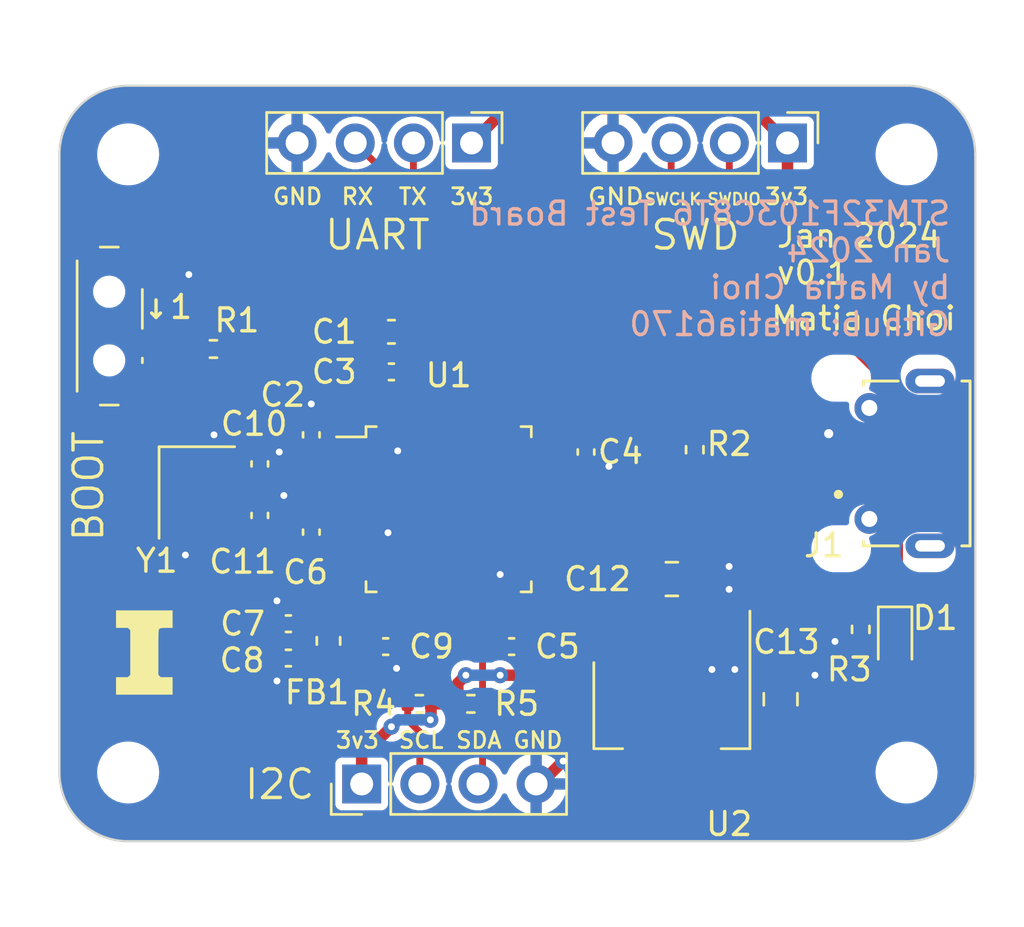
<source format=kicad_pcb>
(kicad_pcb (version 20221018) (generator pcbnew)
  (layers (0 "F.Cu" signal) (31 "B.Cu" power) (34 "B.Paste" user) (35 "F.Paste" user) (36 "B.SilkS" user "B.Silkscreen") (37 "F.SilkS" user "F.Silkscreen") (38 "B.Mask" user) (39 "F.Mask" user) (44 "Edge.Cuts" user))
  (net 0 "")
  (net 1 "+3.3V")
  (net 2 "GND")
  (net 3 "+3.3VA")
  (net 4 "/NRST")
  (net 5 "/HSE_IN")
  (net 6 "/HSE_OUT")
  (net 7 "VBUS")
  (net 8 "/PWR_LED_K")
  (net 9 "/USB_D-")
  (net 10 "/USB_D+")
  (net 12 "/SWDIO")
  (net 13 "/SWCLK")
  (net 14 "/USART1_TX")
  (net 15 "/USART1_RX")
  (net 16 "/I2C2_SCL")
  (net 17 "/I2C2_SDA")
  (net 18 "/SW_BOOT0")
  (net 19 "/BOOT0")
  (footprint "MountingHole:MountingHole_2.2mm_M2" (layer "F.Cu") (at 125 96.5)
    (fp_text reference "H4" hide)
    (fp_text value "MountingHole")
    (pad "" np_thru_hole circle (at 0 0) (size 2.2 2.2) (drill 2.2) (layers "*.Cu" "*.Mask"))
  )
  (footprint "Capacitor_SMD:C_0402_1005Metric" (layer "F.Cu") (at 99 81.75 90)
    (fp_text reference "C2" (at 1.75 -1.25 180) (layer "F.SilkS"))
    (fp_text value "100n")
    (pad "1" smd roundrect (at -0.48 0 90) (size 0.56 0.62) (layers "F.Cu" "F.Paste" "F.Mask") (net 1 "+3.3V"))
    (pad "2" smd roundrect (at 0.48 0 90) (size 0.56 0.62) (layers "F.Cu" "F.Paste" "F.Mask") (net 2 "GND"))
  )
  (footprint "Connector_PinHeader_2.54mm:PinHeader_1x04_P2.54mm_Vertical" (layer "F.Cu") (at 106 69 -90)
    (fp_text reference "J3" hide)
    (fp_text value "Conn_01x04_Pin")
    (pad "1" thru_hole rect (at 0 0 270) (size 1.7 1.7) (drill 1) (layers "*.Cu" "*.Mask") (net 1 "+3.3V"))
    (pad "2" thru_hole oval (at 0 2.54 270) (size 1.7 1.7) (drill 1) (layers "*.Cu" "*.Mask") (net 14 "/USART1_TX"))
    (pad "3" thru_hole oval (at 0 5.08 270) (size 1.7 1.7) (drill 1) (layers "*.Cu" "*.Mask") (net 15 "/USART1_RX"))
    (pad "4" thru_hole oval (at 0 7.62 270) (size 1.7 1.7) (drill 1) (layers "*.Cu" "*.Mask") (net 2 "GND"))
  )
  (footprint "Capacitor_SMD:C_0603_1608Metric" (layer "F.Cu") (at 102.5 77.25)
    (fp_text reference "C1" (at -2.5 0) (layer "F.SilkS"))
    (fp_text value "10u")
    (pad "1" smd roundrect (at -0.775 0) (size 0.9 0.95) (layers "F.Cu" "F.Paste" "F.Mask") (net 1 "+3.3V"))
    (pad "2" smd roundrect (at 0.775 0) (size 0.9 0.95) (layers "F.Cu" "F.Paste" "F.Mask") (net 2 "GND"))
  )
  (footprint "project_footprints:SHOUHAN_MICROXNJ" (layer "F.Cu") (at 127.775 83 -90)
    (fp_text reference "J1" (at 3.57675 6.3875) (layer "F.SilkS"))
    (fp_text value "MICROXNJ")
    (pad "1" smd rect (at 1.3 4.375) (size 1.25 0.4) (layers "F.Cu" "F.Paste" "F.Mask") (net 7 "VBUS"))
    (pad "2" smd rect (at 0.65 4.375) (size 1.25 0.4) (layers "F.Cu" "F.Paste" "F.Mask") (net 9 "/USB_D-"))
    (pad "3" smd rect (at 0 4.375) (size 1.25 0.4) (layers "F.Cu" "F.Paste" "F.Mask") (net 10 "/USB_D+"))
    (pad "4" smd rect (at -0.65 4.375) (size 1.25 0.4) (layers "F.Cu" "F.Paste" "F.Mask"))
    (pad "5" smd rect (at -1.3 4.375) (size 1.25 0.4) (layers "F.Cu" "F.Paste" "F.Mask") (net 2 "GND"))
    (pad "S1" smd rect (at -0.8 1.725) (size 1.35 0.6) (layers "F.Cu" "F.Paste" "F.Mask"))
    (pad "S2" smd rect (at 0.8 1.725) (size 1.35 0.6) (layers "F.Cu" "F.Paste" "F.Mask"))
    (pad "S3" thru_hole oval (at -3.6 1.75 270) (size 1.07 2.14) (drill oval 0.5 1.3) (layers "*.Cu" "*.Mask"))
    (pad "S4" thru_hole circle (at -2.425 4.4 270) (size 1.3 1.3) (drill 0.7) (layers "*.Cu" "*.Mask"))
    (pad "S5" thru_hole circle (at 2.425 4.4 270) (size 1.3 1.3) (drill 0.7) (layers "*.Cu" "*.Mask"))
    (pad "S6" thru_hole oval (at 3.6 1.75 270) (size 1.07 2.14) (drill oval 0.5 1.3) (layers "*.Cu" "*.Mask"))
  )
  (footprint "project_footprints:I" (layer "F.Cu") (at 91.75 91.25)
    (fp_text reference "G***" hide)
    (fp_text value "LOGO" hide)
  )
  (footprint "Capacitor_SMD:C_0402_1005Metric" (layer "F.Cu") (at 111 82.5 -90)
    (fp_text reference "C4" (at 0 -1.5 -180) (layer "F.SilkS"))
    (fp_text value "100n")
    (pad "1" smd roundrect (at -0.48 0 270) (size 0.56 0.62) (layers "F.Cu" "F.Paste" "F.Mask") (net 1 "+3.3V"))
    (pad "2" smd roundrect (at 0.48 0 270) (size 0.56 0.62) (layers "F.Cu" "F.Paste" "F.Mask") (net 2 "GND"))
  )
  (footprint "Resistor_SMD:R_0402_1005Metric" (layer "F.Cu") (at 105.97 93.5 180)
    (fp_text reference "R5" (at -2 0) (layer "F.SilkS"))
    (fp_text value "1k5")
    (pad "1" smd roundrect (at -0.51 0 180) (size 0.54 0.64) (layers "F.Cu" "F.Paste" "F.Mask") (net 17 "/I2C2_SDA"))
    (pad "2" smd roundrect (at 0.51 0 180) (size 0.54 0.64) (layers "F.Cu" "F.Paste" "F.Mask") (net 1 "+3.3V"))
  )
  (footprint "MountingHole:MountingHole_2.2mm_M2" (layer "F.Cu") (at 125 69.5)
    (fp_text reference "H2" hide)
    (fp_text value "MountingHole")
    (pad "" np_thru_hole circle (at 0 0) (size 2.2 2.2) (drill 2.2) (layers "*.Cu" "*.Mask"))
  )
  (footprint "Capacitor_SMD:C_0402_1005Metric" (layer "F.Cu") (at 98 91.5 180)
    (fp_text reference "C8" (at 2.025 -0.1) (layer "F.SilkS"))
    (fp_text value "1u")
    (pad "1" smd roundrect (at -0.48 0 180) (size 0.56 0.62) (layers "F.Cu" "F.Paste" "F.Mask") (net 1 "+3.3V"))
    (pad "2" smd roundrect (at 0.48 0 180) (size 0.56 0.62) (layers "F.Cu" "F.Paste" "F.Mask") (net 2 "GND"))
  )
  (footprint "Capacitor_SMD:C_0402_1005Metric" (layer "F.Cu") (at 107.75 91 180)
    (fp_text reference "C5" (at -2 0) (layer "F.SilkS"))
    (fp_text value "100n")
    (pad "1" smd roundrect (at -0.48 0 180) (size 0.56 0.62) (layers "F.Cu" "F.Paste" "F.Mask") (net 1 "+3.3V"))
    (pad "2" smd roundrect (at 0.48 0 180) (size 0.56 0.62) (layers "F.Cu" "F.Paste" "F.Mask") (net 2 "GND"))
  )
  (footprint "LED_SMD:LED_0603_1608Metric" (layer "F.Cu") (at 124.5 90.75 -90)
    (fp_text reference "D1" (at -1 -1.75 -180) (layer "F.SilkS"))
    (fp_text value "RED")
    (pad "1" smd roundrect (at -0.7875 0 270) (size 0.875 0.95) (layers "F.Cu" "F.Paste" "F.Mask") (net 8 "/PWR_LED_K"))
    (pad "2" smd roundrect (at 0.7875 0 270) (size 0.875 0.95) (layers "F.Cu" "F.Paste" "F.Mask") (net 1 "+3.3V"))
  )
  (footprint "Button_Switch_SMD:SW_SPDT_PCM12" (layer "F.Cu") (at 90.5 77 -90)
    (fp_text reference "SW1" hide)
    (fp_text value "SW_SPDT")
    (pad "" smd rect (at -3.65 -0.78 270) (size 1 0.8) (layers "F.Cu" "F.Paste" "F.Mask"))
    (pad "" smd rect (at -3.65 1.43 270) (size 1 0.8) (layers "F.Cu" "F.Paste" "F.Mask"))
    (pad "" np_thru_hole circle (at -1.5 0.33 270) (size 0.9 0.9) (drill 0.9) (layers "*.Cu" "*.Mask"))
    (pad "" np_thru_hole circle (at 1.5 0.33 270) (size 0.9 0.9) (drill 0.9) (layers "*.Cu" "*.Mask"))
    (pad "" smd rect (at 3.65 -0.78 270) (size 1 0.8) (layers "F.Cu" "F.Paste" "F.Mask"))
    (pad "" smd rect (at 3.65 1.43 270) (size 1 0.8) (layers "F.Cu" "F.Paste" "F.Mask"))
    (pad "1" smd rect (at -2.25 -1.43 270) (size 0.7 1.5) (layers "F.Cu" "F.Paste" "F.Mask") (net 2 "GND"))
    (pad "2" smd rect (at 0.75 -1.43 270) (size 0.7 1.5) (layers "F.Cu" "F.Paste" "F.Mask") (net 18 "/SW_BOOT0"))
    (pad "3" smd rect (at 2.25 -1.43 270) (size 0.7 1.5) (layers "F.Cu" "F.Paste" "F.Mask") (net 1 "+3.3V"))
  )
  (footprint "Capacitor_SMD:C_0805_2012Metric" (layer "F.Cu") (at 119.5 93.3 90)
    (fp_text reference "C13" (at 2.5 0.25 180) (layer "F.SilkS"))
    (fp_text value "22u")
    (pad "1" smd roundrect (at -0.95 0 90) (size 1 1.45) (layers "F.Cu" "F.Paste" "F.Mask") (net 1 "+3.3V"))
    (pad "2" smd roundrect (at 0.95 0 90) (size 1 1.45) (layers "F.Cu" "F.Paste" "F.Mask") (net 2 "GND"))
  )
  (footprint "Capacitor_SMD:C_0402_1005Metric" (layer "F.Cu") (at 102.5 79)
    (fp_text reference "C3" (at -2.5 0) (layer "F.SilkS"))
    (fp_text value "100n")
    (pad "1" smd roundrect (at -0.48 0) (size 0.56 0.62) (layers "F.Cu" "F.Paste" "F.Mask") (net 1 "+3.3V"))
    (pad "2" smd roundrect (at 0.48 0) (size 0.56 0.62) (layers "F.Cu" "F.Paste" "F.Mask") (net 2 "GND"))
  )
  (footprint "Capacitor_SMD:C_0805_2012Metric" (layer "F.Cu") (at 114.75 88.05)
    (fp_text reference "C12" (at -3.25 0) (layer "F.SilkS"))
    (fp_text value "22u")
    (pad "1" smd roundrect (at -0.95 0) (size 1 1.45) (layers "F.Cu" "F.Paste" "F.Mask") (net 7 "VBUS"))
    (pad "2" smd roundrect (at 0.95 0) (size 1 1.45) (layers "F.Cu" "F.Paste" "F.Mask") (net 2 "GND"))
  )
  (footprint "MountingHole:MountingHole_2.2mm_M2" (layer "F.Cu") (at 91 96.5)
    (fp_text reference "H3" hide)
    (fp_text value "MountingHole")
    (pad "" np_thru_hole circle (at 0 0) (size 2.2 2.2) (drill 2.2) (layers "*.Cu" "*.Mask"))
  )
  (footprint "Capacitor_SMD:C_0402_1005Metric" (layer "F.Cu") (at 99 86 90)
    (fp_text reference "C6" (at -1.75 -0.25 180) (layer "F.SilkS"))
    (fp_text value "10n")
    (pad "1" smd roundrect (at -0.48 0 90) (size 0.56 0.62) (layers "F.Cu" "F.Paste" "F.Mask") (net 3 "+3.3VA"))
    (pad "2" smd roundrect (at 0.48 0 90) (size 0.56 0.62) (layers "F.Cu" "F.Paste" "F.Mask") (net 2 "GND"))
  )
  (footprint "Resistor_SMD:R_0402_1005Metric" (layer "F.Cu") (at 103.72 93.5)
    (fp_text reference "R4" (at -2 0) (layer "F.SilkS"))
    (fp_text value "1k5")
    (pad "1" smd roundrect (at -0.51 0) (size 0.54 0.64) (layers "F.Cu" "F.Paste" "F.Mask") (net 16 "/I2C2_SCL"))
    (pad "2" smd roundrect (at 0.51 0) (size 0.54 0.64) (layers "F.Cu" "F.Paste" "F.Mask") (net 1 "+3.3V"))
  )
  (footprint "Resistor_SMD:R_0402_1005Metric" (layer "F.Cu") (at 123 90.25 -90)
    (fp_text reference "R3" (at 1.75 0.5 -180) (layer "F.SilkS"))
    (fp_text value "1k5")
    (pad "1" smd roundrect (at -0.51 0 270) (size 0.54 0.64) (layers "F.Cu" "F.Paste" "F.Mask") (net 8 "/PWR_LED_K"))
    (pad "2" smd roundrect (at 0.51 0 270) (size 0.54 0.64) (layers "F.Cu" "F.Paste" "F.Mask") (net 2 "GND"))
  )
  (footprint "Inductor_SMD:L_0603_1608Metric" (layer "F.Cu") (at 99.75 90.75 -90)
    (fp_text reference "FB1" (at 2.25 0.5) (layer "F.SilkS"))
    (fp_text value "120R")
    (pad "1" smd roundrect (at -0.7875 0 270) (size 0.875 0.95) (layers "F.Cu" "F.Paste" "F.Mask") (net 3 "+3.3VA"))
    (pad "2" smd roundrect (at 0.7875 0 270) (size 0.875 0.95) (layers "F.Cu" "F.Paste" "F.Mask") (net 1 "+3.3V"))
  )
  (footprint "Connector_PinHeader_2.54mm:PinHeader_1x04_P2.54mm_Vertical" (layer "F.Cu") (at 119.8 69 -90)
    (fp_text reference "J2" hide)
    (fp_text value "Conn_01x04_Pin")
    (pad "1" thru_hole rect (at 0 0 270) (size 1.7 1.7) (drill 1) (layers "*.Cu" "*.Mask") (net 1 "+3.3V"))
    (pad "2" thru_hole oval (at 0 2.54 270) (size 1.7 1.7) (drill 1) (layers "*.Cu" "*.Mask") (net 12 "/SWDIO"))
    (pad "3" thru_hole oval (at 0 5.08 270) (size 1.7 1.7) (drill 1) (layers "*.Cu" "*.Mask") (net 13 "/SWCLK"))
    (pad "4" thru_hole oval (at 0 7.62 270) (size 1.7 1.7) (drill 1) (layers "*.Cu" "*.Mask") (net 2 "GND"))
  )
  (footprint "Capacitor_SMD:C_0402_1005Metric" (layer "F.Cu") (at 98 90 180)
    (fp_text reference "C7" (at 2 0) (layer "F.SilkS"))
    (fp_text value "1u")
    (pad "1" smd roundrect (at -0.48 0 180) (size 0.56 0.62) (layers "F.Cu" "F.Paste" "F.Mask") (net 3 "+3.3VA"))
    (pad "2" smd roundrect (at 0.48 0 180) (size 0.56 0.62) (layers "F.Cu" "F.Paste" "F.Mask") (net 2 "GND"))
  )
  (footprint "Resistor_SMD:R_0402_1005Metric" (layer "F.Cu") (at 94.725 78)
    (fp_text reference "R1" (at 1.025 -1.25) (layer "F.SilkS"))
    (fp_text value "10k")
    (pad "1" smd roundrect (at -0.51 0) (size 0.54 0.64) (layers "F.Cu" "F.Paste" "F.Mask") (net 18 "/SW_BOOT0"))
    (pad "2" smd roundrect (at 0.51 0) (size 0.54 0.64) (layers "F.Cu" "F.Paste" "F.Mask") (net 19 "/BOOT0"))
  )
  (footprint "Package_TO_SOT_SMD:SOT-223-3_TabPin2" (layer "F.Cu") (at 114.75 93.55 -90)
    (fp_text reference "U2" (at 5.2 -2.5 -180) (layer "F.SilkS"))
    (fp_text value "AMS1117-3.3")
    (pad "1" smd rect (at -3.15 -2.3 270) (size 2 1.5) (layers "F.Cu" "F.Paste" "F.Mask") (net 2 "GND"))
    (pad "2" smd rect (at -3.15 0 270) (size 2 1.5) (layers "F.Cu" "F.Paste" "F.Mask") (net 1 "+3.3V"))
    (pad "2" smd rect (at 3.15 0 270) (size 2 3.8) (layers "F.Cu" "F.Paste" "F.Mask") (net 1 "+3.3V"))
    (pad "3" smd rect (at -3.15 2.3 270) (size 2 1.5) (layers "F.Cu" "F.Paste" "F.Mask") (net 7 "VBUS"))
  )
  (footprint "Capacitor_SMD:C_0402_1005Metric" (layer "F.Cu") (at 102.25 91)
    (fp_text reference "C9" (at 2 0) (layer "F.SilkS"))
    (fp_text value "100n")
    (pad "1" smd roundrect (at -0.48 0) (size 0.56 0.62) (layers "F.Cu" "F.Paste" "F.Mask") (net 4 "/NRST"))
    (pad "2" smd roundrect (at 0.48 0) (size 0.56 0.62) (layers "F.Cu" "F.Paste" "F.Mask") (net 2 "GND"))
  )
  (footprint "Crystal:Crystal_SMD_3225-4Pin_3.2x2.5mm" (layer "F.Cu") (at 94 84.27 -90)
    (fp_text reference "Y1" (at 2.98 1.75) (layer "F.SilkS"))
    (fp_text value "16MHz")
    (pad "1" smd rect (at -1.1 0.85 270) (size 1.4 1.2) (layers "F.Cu" "F.Paste" "F.Mask") (net 5 "/HSE_IN"))
    (pad "2" smd rect (at 1.1 0.85 270) (size 1.4 1.2) (layers "F.Cu" "F.Paste" "F.Mask") (net 2 "GND"))
    (pad "3" smd rect (at 1.1 -0.85 270) (size 1.4 1.2) (layers "F.Cu" "F.Paste" "F.Mask") (net 6 "/HSE_OUT"))
    (pad "4" smd rect (at -1.1 -0.85 270) (size 1.4 1.2) (layers "F.Cu" "F.Paste" "F.Mask") (net 2 "GND"))
  )
  (footprint "Resistor_SMD:R_0402_1005Metric" (layer "F.Cu") (at 115.75 82.4 -90)
    (fp_text reference "R2" (at -0.25 -1.5 -180) (layer "F.SilkS"))
    (fp_text value "1k5")
    (pad "1" smd roundrect (at -0.51 0 270) (size 0.54 0.64) (layers "F.Cu" "F.Paste" "F.Mask") (net 1 "+3.3V"))
    (pad "2" smd roundrect (at 0.51 0 270) (size 0.54 0.64) (layers "F.Cu" "F.Paste" "F.Mask") (net 10 "/USB_D+"))
  )
  (footprint "MountingHole:MountingHole_2.2mm_M2" (layer "F.Cu") (at 91 69.5)
    (fp_text reference "H1" hide)
    (fp_text value "MountingHole")
    (pad "" np_thru_hole circle (at 0 0) (size 2.2 2.2) (drill 2.2) (layers "*.Cu" "*.Mask"))
  )
  (footprint "Package_QFP:LQFP-48_7x7mm_P0.5mm" (layer "F.Cu") (at 105 85)
    (fp_text reference "U1" (at 0 -5.85) (layer "F.SilkS"))
    (fp_text value "STM32F103C8T6")
    (pad "1" smd roundrect (at -4.1625 -2.75) (size 1.475 0.3) (layers "F.Cu" "F.Paste" "F.Mask") (net 1 "+3.3V"))
    (pad "2" smd roundrect (at -4.1625 -2.25) (size 1.475 0.3) (layers "F.Cu" "F.Paste" "F.Mask"))
    (pad "3" smd roundrect (at -4.1625 -1.75) (size 1.475 0.3) (layers "F.Cu" "F.Paste" "F.Mask"))
    (pad "4" smd roundrect (at -4.1625 -1.25) (size 1.475 0.3) (layers "F.Cu" "F.Paste" "F.Mask"))
    (pad "5" smd roundrect (at -4.1625 -0.75) (size 1.475 0.3) (layers "F.Cu" "F.Paste" "F.Mask") (net 5 "/HSE_IN"))
    (pad "6" smd roundrect (at -4.1625 -0.25) (size 1.475 0.3) (layers "F.Cu" "F.Paste" "F.Mask") (net 6 "/HSE_OUT"))
    (pad "7" smd roundrect (at -4.1625 0.25) (size 1.475 0.3) (layers "F.Cu" "F.Paste" "F.Mask") (net 4 "/NRST"))
    (pad "8" smd roundrect (at -4.1625 0.75) (size 1.475 0.3) (layers "F.Cu" "F.Paste" "F.Mask") (net 2 "GND"))
    (pad "9" smd roundrect (at -4.1625 1.25) (size 1.475 0.3) (layers "F.Cu" "F.Paste" "F.Mask") (net 3 "+3.3VA"))
    (pad "10" smd roundrect (at -4.1625 1.75) (size 1.475 0.3) (layers "F.Cu" "F.Paste" "F.Mask"))
    (pad "11" smd roundrect (at -4.1625 2.25) (size 1.475 0.3) (layers "F.Cu" "F.Paste" "F.Mask"))
    (pad "12" smd roundrect (at -4.1625 2.75) (size 1.475 0.3) (layers "F.Cu" "F.Paste" "F.Mask"))
    (pad "13" smd roundrect (at -2.75 4.1625) (size 0.3 1.475) (layers "F.Cu" "F.Paste" "F.Mask"))
    (pad "14" smd roundrect (at -2.25 4.1625) (size 0.3 1.475) (layers "F.Cu" "F.Paste" "F.Mask"))
    (pad "15" smd roundrect (at -1.75 4.1625) (size 0.3 1.475) (layers "F.Cu" "F.Paste" "F.Mask"))
    (pad "16" smd roundrect (at -1.25 4.1625) (size 0.3 1.475) (layers "F.Cu" "F.Paste" "F.Mask"))
    (pad "17" smd roundrect (at -0.75 4.1625) (size 0.3 1.475) (layers "F.Cu" "F.Paste" "F.Mask"))
    (pad "18" smd roundrect (at -0.25 4.1625) (size 0.3 1.475) (layers "F.Cu" "F.Paste" "F.Mask"))
    (pad "19" smd roundrect (at 0.25 4.1625) (size 0.3 1.475) (layers "F.Cu" "F.Paste" "F.Mask"))
    (pad "20" smd roundrect (at 0.75 4.1625) (size 0.3 1.475) (layers "F.Cu" "F.Paste" "F.Mask"))
    (pad "21" smd roundrect (at 1.25 4.1625) (size 0.3 1.475) (layers "F.Cu" "F.Paste" "F.Mask") (net 16 "/I2C2_SCL"))
    (pad "22" smd roundrect (at 1.75 4.1625) (size 0.3 1.475) (layers "F.Cu" "F.Paste" "F.Mask") (net 17 "/I2C2_SDA"))
    (pad "23" smd roundrect (at 2.25 4.1625) (size 0.3 1.475) (layers "F.Cu" "F.Paste" "F.Mask") (net 2 "GND"))
    (pad "24" smd roundrect (at 2.75 4.1625) (size 0.3 1.475) (layers "F.Cu" "F.Paste" "F.Mask") (net 1 "+3.3V"))
    (pad "25" smd roundrect (at 4.1625 2.75) (size 1.475 0.3) (layers "F.Cu" "F.Paste" "F.Mask"))
    (pad "26" smd roundrect (at 4.1625 2.25) (size 1.475 0.3) (layers "F.Cu" "F.Paste" "F.Mask"))
    (pad "27" smd roundrect (at 4.1625 1.75) (size 1.475 0.3) (layers "F.Cu" "F.Paste" "F.Mask"))
    (pad "28" smd roundrect (at 4.1625 1.25) (size 1.475 0.3) (layers "F.Cu" "F.Paste" "F.Mask"))
    (pad "29" smd roundrect (at 4.1625 0.75) (size 1.475 0.3) (layers "F.Cu" "F.Paste" "F.Mask"))
    (pad "30" smd roundrect (at 4.1625 0.25) (size 1.475 0.3) (layers "F.Cu" "F.Paste" "F.Mask"))
    (pad "31" smd roundrect (at 4.1625 -0.25) (size 1.475 0.3) (layers "F.Cu" "F.Paste" "F.Mask"))
    (pad "32" smd roundrect (at 4.1625 -0.75) (size 1.475 0.3) (layers "F.Cu" "F.Paste" "F.Mask") (net 9 "/USB_D-"))
    (pad "33" smd roundrect (at 4.1625 -1.25) (size 1.475 0.3) (layers "F.Cu" "F.Paste" "F.Mask") (net 10 "/USB_D+"))
    (pad "34" smd roundrect (at 4.1625 -1.75) (size 1.475 0.3) (layers "F.Cu" "F.Paste" "F.Mask") (net 12 "/SWDIO"))
    (pad "35" smd roundrect (at 4.1625 -2.25) (size 1.475 0.3) (layers "F.Cu" "F.Paste" "F.Mask") (net 2 "GND"))
    (pad "36" smd roundrect (at 4.1625 -2.75) (size 1.475 0.3) (layers "F.Cu" "F.Paste" "F.Mask") (net 1 "+3.3V"))
    (pad "37" smd roundrect (at 2.75 -4.1625) (size 0.3 1.475) (layers "F.Cu" "F.Paste" "F.Mask") (net 13 "/SWCLK"))
    (pad "38" smd roundrect (at 2.25 -4.1625) (size 0.3 1.475) (layers "F.Cu" "F.Paste" "F.Mask"))
    (pad "39" smd roundrect (at 1.75 -4.1625) (size 0.3 1.475) (layers "F.Cu" "F.Paste" "F.Mask"))
    (pad "40" smd roundrect (at 1.25 -4.1625) (size 0.3 1.475) (layers "F.Cu" "F.Paste" "F.Mask"))
    (pad "41" smd roundrect (at 0.75 -4.1625) (size 0.3 1.475) (layers "F.Cu" "F.Paste" "F.Mask"))
    (pad "42" smd roundrect (at 0.25 -4.1625) (size 0.3 1.475) (layers "F.Cu" "F.Paste" "F.Mask") (net 14 "/USART1_TX"))
    (pad "43" smd roundrect (at -0.25 -4.1625) (size 0.3 1.475) (layers "F.Cu" "F.Paste" "F.Mask") (net 15 "/USART1_RX"))
    (pad "44" smd roundrect (at -0.75 -4.1625) (size 0.3 1.475) (layers "F.Cu" "F.Paste" "F.Mask") (net 19 "/BOOT0"))
    (pad "45" smd roundrect (at -1.25 -4.1625) (size 0.3 1.475) (layers "F.Cu" "F.Paste" "F.Mask"))
    (pad "46" smd roundrect (at -1.75 -4.1625) (size 0.3 1.475) (layers "F.Cu" "F.Paste" "F.Mask"))
    (pad "47" smd roundrect (at -2.25 -4.1625) (size 0.3 1.475) (layers "F.Cu" "F.Paste" "F.Mask") (net 2 "GND"))
    (pad "48" smd roundrect (at -2.75 -4.1625) (size 0.3 1.475) (layers "F.Cu" "F.Paste" "F.Mask") (net 1 "+3.3V"))
  )
  (footprint "Capacitor_SMD:C_0402_1005Metric" (layer "F.Cu") (at 96.75 83.02 90)
    (fp_text reference "C10" (at 1.75 -0.25 180) (layer "F.SilkS"))
    (fp_text value "10p")
    (pad "1" smd roundrect (at -0.48 0 90) (size 0.56 0.62) (layers "F.Cu" "F.Paste" "F.Mask") (net 5 "/HSE_IN"))
    (pad "2" smd roundrect (at 0.48 0 90) (size 0.56 0.62) (layers "F.Cu" "F.Paste" "F.Mask") (net 2 "GND"))
  )
  (footprint "Capacitor_SMD:C_0402_1005Metric" (layer "F.Cu") (at 96.75 85.27 90)
    (fp_text reference "C11" (at -2.02 -0.75) (layer "F.SilkS"))
    (fp_text value "10p")
    (pad "1" smd roundrect (at -0.48 0 90) (size 0.56 0.62) (layers "F.Cu" "F.Paste" "F.Mask") (net 6 "/HSE_OUT"))
    (pad "2" smd roundrect (at 0.48 0 90) (size 0.56 0.62) (layers "F.Cu" "F.Paste" "F.Mask") (net 2 "GND"))
  )
  (footprint "Connector_PinHeader_2.54mm:PinHeader_1x04_P2.54mm_Vertical" (layer "F.Cu") (at 101.2 97 90)
    (fp_text reference "J4" hide)
    (fp_text value "Conn_01x04_Pin")
    (pad "1" thru_hole rect (at 0 0 90) (size 1.7 1.7) (drill 1) (layers "*.Cu" "*.Mask") (net 1 "+3.3V"))
    (pad "2" thru_hole oval (at 0 2.54 90) (size 1.7 1.7) (drill 1) (layers "*.Cu" "*.Mask") (net 16 "/I2C2_SCL"))
    (pad "3" thru_hole oval (at 0 5.08 90) (size 1.7 1.7) (drill 1) (layers "*.Cu" "*.Mask") (net 17 "/I2C2_SDA"))
    (pad "4" thru_hole oval (at 0 7.62 90) (size 1.7 1.7) (drill 1) (layers "*.Cu" "*.Mask") (net 2 "GND"))
  )
  (gr_line (start 88 69.5) (end 88 96.5) (stroke (width 0.1)) (layer "Edge.Cuts"))
  (gr_arc (start 91 99.5) (mid 88.87868 98.62132) (end 88 96.5) (stroke (width 0.1)) (layer "Edge.Cuts"))
  (gr_line (start 125 99.5) (end 91 99.5) (stroke (width 0.1)) (layer "Edge.Cuts"))
  (gr_line (start 128 69.5) (end 128 96.5) (stroke (width 0.1)) (layer "Edge.Cuts"))
  (gr_arc (start 125 66.5) (mid 127.12132 67.37868) (end 128 69.5) (stroke (width 0.1)) (layer "Edge.Cuts"))
  (gr_arc (start 88 69.5) (mid 88.87868 67.37868) (end 91 66.5) (stroke (width 0.1)) (layer "Edge.Cuts"))
  (gr_line (start 125 66.5) (end 91 66.5) (stroke (width 0.1)) (layer "Edge.Cuts"))
  (gr_arc (start 128 96.5) (mid 127.12132 98.62132) (end 125 99.5) (stroke (width 0.1)) (layer "Edge.Cuts"))
  (gr_text "STM32F103C8T6 Test Board\nJan 2024\nby Matia Choi\nGithub: matia6170" (at 127 77.5) (layer "B.SilkS") (effects (font (size 1 1)) (justify left bottom mirror)))
  (gr_text "3v3" (at 100 95.5) (layer "F.SilkS") (effects (font (size 0.7 0.7) (thickness 0.125)) (justify left bottom)))
  (gr_text "TX" (at 102.75 71.75) (layer "F.SilkS") (effects (font (size 0.7 0.7) (thickness 0.125)) (justify left bottom)))
  (gr_text "Jan 2024\nv0.1" (at 119.25 75.25) (layer "F.SilkS") (effects (font (size 1 1)) (justify left bottom)))
  (gr_text "SWD" (at 113.75 73.75) (layer "F.SilkS") (effects (font (size 1.25 1.25)) (justify left bottom)))
  (gr_text "3v3" (at 118.75 71.75) (layer "F.SilkS") (effects (font (size 0.7 0.7) (thickness 0.125)) (justify left bottom)))
  (gr_text "Matia Choi" (at 119 77.25) (layer "F.SilkS") (effects (font (size 1 1)) (justify left bottom)))
  (gr_text "SCL" (at 102.75 95.5) (layer "F.SilkS") (effects (font (size 0.7 0.7) (thickness 0.125)) (justify left bottom)))
  (gr_text "3v3" (at 105 71.75) (layer "F.SilkS") (effects (font (size 0.7 0.7) (thickness 0.125)) (justify left bottom)))
  (gr_text "SWDIO" (at 116.25 71.75) (layer "F.SilkS") (effects (font (size 0.5 0.5) (thickness 0.1)) (justify left bottom)))
  (gr_text "GND" (at 97.25 71.75) (layer "F.SilkS") (effects (font (size 0.7 0.7) (thickness 0.125)) (justify left bottom)))
  (gr_text "RX" (at 100.25 71.75) (layer "F.SilkS") (effects (font (size 0.7 0.7) (thickness 0.125)) (justify left bottom)))
  (gr_text "BOOT" (at 90 86.5 90) (layer "F.SilkS") (effects (font (size 1.25 1.25)) (justify left bottom)))
  (gr_text "GND" (at 111 71.75) (layer "F.SilkS") (effects (font (size 0.7 0.8) (thickness 0.125)) (justify left bottom)))
  (gr_text "SWCLK" (at 113.5 71.75) (layer "F.SilkS") (effects (font (size 0.5 0.5) (thickness 0.1)) (justify left bottom)))
  (gr_text "GND" (at 107.75 95.5) (layer "F.SilkS") (effects (font (size 0.7 0.7) (thickness 0.125)) (justify left bottom)))
  (gr_text "UART" (at 99.5 73.75) (layer "F.SilkS") (effects (font (size 1.25 1.25)) (justify left bottom)))
  (gr_text "I2C" (at 96 97.75) (layer "F.SilkS") (effects (font (size 1.25 1.25)) (justify left bottom)))
  (gr_text "SDA" (at 105.25 95.5) (layer "F.SilkS") (effects (font (size 0.7 0.7) (thickness 0.125)) (justify left bottom)))
  (gr_text "↓1" (at 91.5 76.75) (layer "F.SilkS") (effects (font (size 1 1)) (justify left bottom)))
  (segment (start 110.5 82) (end 110.52 82.02) (width 0.3) (layer "F.Cu") (net 1))
  (segment (start 101.2 97) (end 101.2 95.094622) (width 0.5) (layer "F.Cu") (net 1))
  (segment (start 109.1625 82.25) (end 110.25 82.25) (width 0.3) (layer "F.Cu") (net 1))
  (segment (start 119.8 77.84) (end 115.75 81.89) (width 0.5) (layer "F.Cu") (net 1))
  (segment (start 105.4 92.6) (end 105.4 93.3) (width 0.5) (layer "F.Cu") (net 1))
  (segment (start 101.725 78.225) (end 101.725 77.25) (width 0.3) (layer "F.Cu") (net 1))
  (segment (start 106 69) (end 107.5 67.5) (width 0.5) (layer "F.Cu") (net 1))
  (segment (start 102.005378 94.994622) (end 101.3 94.994622) (width 0.5) (layer "F.Cu") (net 1))
  (segment (start 121.75 94.25) (end 121.75 98) (width 0.5) (layer "F.Cu") (net 1))
  (segment (start 99.02 82.25) (end 99 82.23) (width 0.3) (layer "F.Cu") (net 1))
  (segment (start 101.2 95.094622) (end 101.3 94.994622) (width 0.5) (layer "F.Cu") (net 1))
  (segment (start 111.13 81.89) (end 111 82.02) (width 0.5) (layer "F.Cu") (net 1))
  (segment (start 109.25 92.25) (end 108.23 91.23) (width 0.5) (layer "F.Cu") (net 1))
  (segment (start 98.48 91.5) (end 99.7125 91.5) (width 0.5) (layer "F.Cu") (net 1))
  (segment (start 94.85 79.25) (end 95.33 78.77) (width 0.5) (layer "F.Cu") (net 1))
  (segment (start 107.75 89.1625) (end 107.75 90) (width 0.3) (layer "F.Cu") (net 1))
  (segment (start 105.2 93.5) (end 105.46 93.5) (width 0.5) (layer "F.Cu") (net 1))
  (segment (start 99.7125 91.5) (end 99.75 91.5375) (width 0.5) (layer "F.Cu") (net 1))
  (segment (start 111 94) (end 109.25 92.25) (width 0.5) (layer "F.Cu") (net 1))
  (segment (start 125.425 89.425) (end 125.425 90.6125) (width 0.5) (layer "F.Cu") (net 1))
  (segment (start 121 98.75) (end 111.5 98.75) (width 0.5) (layer "F.Cu") (net 1))
  (segment (start 101.3 94.994622) (end 94.694622 94.994622) (width 0.5) (layer "F.Cu") (net 1))
  (segment (start 100.9 77.25) (end 101.725 77.25) (width 0.5) (layer "F.Cu") (net 1))
  (segment (start 105.75 92.25) (end 105.4 92.6) (width 0.5) (layer "F.Cu") (net 1))
  (segment (start 102.25 80.8375) (end 102.25 80) (width 0.3) (layer "F.Cu") (net 1))
  (segment (start 94.694622 94.994622) (end 91.4 91.7) (width 0.5) (layer "F.Cu") (net 1))
  (segment (start 91.4 82.7) (end 95.33 78.77) (width 0.5) (layer "F.Cu") (net 1))
  (segment (start 102.02 79) (end 102.02 78.52) (width 0.3) (layer "F.Cu") (net 1))
  (segment (start 104.23 93.5) (end 105.2 93.5) (width 0.5) (layer "F.Cu") (net 1))
  (segment (start 121.75 98) (end 121 98.75) (width 0.5) (layer "F.Cu") (net 1))
  (segment (start 100.9 82.15) (end 100.8375 82.15) (width 0.5) (layer "F.Cu") (net 1))
  (segment (start 102.25 80) (end 102 79.75) (width 0.3) (layer "F.Cu") (net 1))
  (segment (start 102.5 94.5) (end 102.005378 94.994622) (width 0.5) (layer "F.Cu") (net 1))
  (segment (start 124.5 93) (end 124.5 91.5375) (width 0.5) (layer "F.Cu") (net 1))
  (segment (start 108.23 91.23) (end 108.23 91) (width 0.5) (layer "F.Cu") (net 1))
  (segment (start 99.75 93.444622) (end 99.75 91.5375) (width 0.5) (layer "F.Cu") (net 1))
  (segment (start 109.25 92.25) (end 107.25 92.25) (width 0.5) (layer "F.Cu") (net 1))
  (segment (start 115.75 81.89) (end 111.13 81.89) (width 0.5) (layer "F.Cu") (net 1))
  (segment (start 124.595 88.595) (end 125.425 89.425) (width 0.5) (layer "F.Cu") (net 1))
  (segment (start 119.8 77.84) (end 122.646701 77.84) (width 0.5) (layer "F.Cu") (net 1))
  (segment (start 102 79.75) (end 102.02 79.73) (width 0.3) (layer "F.Cu") (net 1))
  (segment (start 91.4 91.7) (end 91.4 82.7) (width 0.5) (layer "F.Cu") (net 1))
  (segment (start 102.02 79.73) (end 102.02 79) (width 0.3) (layer "F.Cu") (net 1))
  (segment (start 102.02 78.52) (end 101.725 78.225) (width 0.3) (layer "F.Cu") (net 1))
  (segment (start 95.33 78.77) (end 96.73 78.77) (width 0.5) (layer "F.Cu") (net 1))
  (segment (start 107.5 67.5) (end 118.3 67.5) (width 0.5) (layer "F.Cu") (net 1))
  (segment (start 100.9 77.25) (end 100.9 82.15) (width 0.5) (layer "F.Cu") (net 1))
  (segment (start 110.52 82.02) (end 111 82.02) (width 0.3) (layer "F.Cu") (net 1))
  (segment (start 108.23 90.48) (end 108.23 91) (width 0.3) (layer "F.Cu") (net 1))
  (segment (start 100.8375 82.25) (end 99.02 82.25) (width 0.3) (layer "F.Cu") (net 1))
  (segment (start 107.75 90) (end 108.23 90.48) (width 0.3) (layer "F.Cu") (net 1))
  (segment (start 111 98.25) (end 111 94) (width 0.5) (layer "F.Cu") (net 1))
  (segment (start 110.25 82.25) (end 110.5 82) (width 0.3) (layer "F.Cu") (net 1))
  (segment (start 119.5 94.25) (end 121.75 94.25) (width 0.5) (layer "F.Cu") (net 1))
  (segment (start 124.595 79.788299) (end 124.595 88.595) (width 0.5) (layer "F.Cu") (net 1))
  (segment (start 123.25 94.25) (end 124.5 93) (width 0.5) (layer "F.Cu") (net 1))
  (segment (start 105.4 93.3) (end 105.2 93.5) (width 0.5) (layer "F.Cu") (net 1))
  (segment (start 125.425 90.6125) (end 124.5 91.5375) (width 0.5) (layer "F.Cu") (net 1))
  (segment (start 122.646701 77.84) (end 124.595 79.788299) (width 0.5) (layer "F.Cu") (net 1))
  (segment (start 121.75 94.25) (end 123.25 94.25) (width 0.5) (layer "F.Cu") (net 1))
  (segment (start 104.23 93.5) (end 104.23 94.17) (width 0.5) (layer "F.Cu") (net 1))
  (segment (start 98.25 77.25) (end 100.9 77.25) (width 0.5) (layer "F.Cu") (net 1))
  (segment (start 119.8 69) (end 119.8 77.84) (width 0.5) (layer "F.Cu") (net 1))
  (segment (start 118.3 67.5) (end 119.8 69) (width 0.5) (layer "F.Cu") (net 1))
  (segment (start 111.5 98.75) (end 111 98.25) (width 0.5) (layer "F.Cu") (net 1))
  (segment (start 101.3 94.994622) (end 99.75 93.444622) (width 0.5) (layer "F.Cu") (net 1))
  (segment (start 91.93 79.25) (end 94.85 79.25) (width 0.5) (layer "F.Cu") (net 1))
  (segment (start 96.73 78.77) (end 98.25 77.25) (width 0.5) (layer "F.Cu") (net 1))
  (segment (start 104.23 94.17) (end 104.2 94.2) (width 0.5) (layer "F.Cu") (net 1))
  (via (at 105.75 92.25) (size 0.7) (drill 0.3) (layers "F.Cu" "B.Cu") (net 1))
  (via (at 102.5 94.5) (size 0.7) (drill 0.3) (layers "F.Cu" "B.Cu") (net 1))
  (via (at 104.2 94.2) (size 0.7) (drill 0.3) (layers "F.Cu" "B.Cu") (net 1))
  (via (at 107.25 92.25) (size 0.7) (drill 0.3) (layers "F.Cu" "B.Cu") (net 1))
  (segment (start 103.8 94.2) (end 102.8 94.2) (width 0.5) (layer "B.Cu") (net 1))
  (segment (start 102.8 94.2) (end 102.5 94.5) (width 0.5) (layer "B.Cu") (net 1))
  (segment (start 104.2 94.2) (end 103.8 94.2) (width 0.5) (layer "B.Cu") (net 1))
  (segment (start 107.25 92.25) (end 105.75 92.25) (width 0.5) (layer "B.Cu") (net 1))
  (segment (start 99.99688 85.75) (end 99.75 85.50312) (width 0.3) (layer "F.Cu") (net 2))
  (segment (start 94.85 83.17) (end 94.85 81.85) (width 0.5) (layer "F.Cu") (net 2))
  (segment (start 96.75 82.54) (end 97.56 82.54) (width 0.5) (layer "F.Cu") (net 2))
  (segment (start 111.8545 82.98) (end 112 83.1255) (width 0.3) (layer "F.Cu") (net 2))
  (segment (start 99.73 85.52) (end 99 85.52) (width 0.3) (layer "F.Cu") (net 2))
  (segment (start 102.98 78.52) (end 103.275 78.225) (width 0.3) (layer "F.Cu") (net 2))
  (segment (start 102.73 91.945) (end 102.725 91.95) (width 0.5) (layer "F.Cu") (net 2))
  (segment (start 107.25 89.1625) (end 107.25 90.98) (width 0.3) (layer "F.Cu") (net 2))
  (segment (start 97.52 89.02) (end 97.5 89) (width 0.5) (layer "F.Cu") (net 2))
  (segment (start 102.73 91) (end 102.73 91.945) (width 0.5) (layer "F.Cu") (net 2))
  (segment (start 93.15 85.37) (end 93.15 86.65) (width 0.5) (layer "F.Cu") (net 2))
  (segment (start 97.52 90) (end 97.52 89.02) (width 0.5) (layer "F.Cu") (net 2))
  (segment (start 107.25 89.1625) (end 107.25 87.85) (width 0.3) (layer "F.Cu") (net 2))
  (segment (start 100.8375 85.75) (end 102.075 85.75) (width 0.3) (layer "F.Cu") (net 2))
  (segment (start 97.56 82.54) (end 97.6 82.5) (width 0.5) (layer "F.Cu") (net 2))
  (segment (start 103.275 78.225) (end 103.275 77.25) (width 0.3) (layer "F.Cu") (net 2))
  (segment (start 107.25 90.98) (end 107.27 91) (width 0.3) (layer "F.Cu") (net 2))
  (segment (start 102.99688 79.75) (end 103 79.75) (width 0.3) (layer "F.Cu") (net 2))
  (segment (start 102.75 79.99688) (end 102.99688 79.75) (width 0.3) (layer "F.Cu") (net 2))
  (segment (start 110.48 82.98) (end 111 82.98) (width 0.3) (layer "F.Cu") (net 2))
  (segment (start 121.89 90.76) (end 121.875 90.775) (width 0.5) (layer "F.Cu") (net 2))
  (segment (start 110.25 82.75) (end 110.48 82.98) (width 0.3) (layer "F.Cu") (net 2))
  (segment (start 102.75 82.425) (end 102.775 82.45) (width 0.3) (layer "F.Cu") (net 2))
  (segment (start 110.96 82.75) (end 111 82.71) (width 0.3) (layer "F.Cu") (net 2))
  (segment (start 91.93 74.75) (end 93.65 74.75) (width 0.5) (layer "F.Cu") (net 2))
  (segment (start 103 79.75) (end 102.98 79.73) (width 0.3) (layer "F.Cu") (net 2))
  (segment (start 99.75 85.50312) (end 99.75 85.5) (width 0.3) (layer "F.Cu") (net 2))
  (segment (start 109.1625 82.75) (end 110.25 82.75) (width 0.3) (layer "F.Cu") (net 2))
  (segment (start 97.52 92.48) (end 97.5 92.5) (width 0.5) (layer "F.Cu") (net 2))
  (segment (start 102.98 79.73) (end 102.98 79) (width 0.3) (layer "F.Cu") (net 2))
  (segment (start 111 82.98) (end 111.8545 82.98) (width 0.3) (layer "F.Cu") (net 2))
  (segment (start 96.75 84.79) (end 97.41 84.79) (width 0.5) (layer "F.Cu") (net 2))
  (segment (start 108.82 97) (end 109 97) (width 0.5) (layer "F.Cu") (net 2))
  (segment (start 100.8375 85.75) (end 99.99688 85.75) (width 0.3) (layer "F.Cu") (net 2))
  (segment (start 102.98 79) (end 102.98 78.52) (width 0.3) (layer "F.Cu") (net 2))
  (segment (start 99.75 85.5) (end 99.73 85.52) (width 0.3) (layer "F.Cu") (net 2))
  (segment (start 123.45 81.7) (end 121.6 81.7) (width 0.5) (layer "F.Cu") (net 2))
  (segment (start 102.75 80.8375) (end 102.75 82.425) (width 0.3) (layer "F.Cu") (net 2))
  (segment (start 109 97) (end 110 96) (width 0.5) (layer "F.Cu") (net 2))
  (segment (start 93.15 86.65) (end 93.5 87) (width 0.5) (layer "F.Cu") (net 2))
  (segment (start 97.52 91.5) (end 97.52 92.48) (width 0.5) (layer "F.Cu") (net 2))
  (segment (start 102.075 85.75) (end 102.35 86.025) (width 0.3) (layer "F.Cu") (net 2))
  (segment (start 123 90.76) (end 121.89 90.76) (width 0.5) (layer "F.Cu") (net 2))
  (segment (start 102.75 80.8375) (end 102.75 79.99688) (width 0.3) (layer "F.Cu") (net 2))
  (segment (start 99 81.27) (end 99 80.4) (width 0.5) (layer "F.Cu") (net 2))
  (segment (start 97.41 84.79) (end 97.8 84.4) (width 0.5) (layer "F.Cu") (net 2))
  (segment (start 94.85 81.85) (end 94.75 81.75) (width 0.5) (layer "F.Cu") (net 2))
  (via (at 97.5 92.5) (size 0.7) (drill 0.3) (layers "F.Cu" "B.Cu") (net 2))
  (via (at 93.5 87) (size 0.7) (drill 0.3) (layers "F.Cu" "B.Cu") (net 2))
  (via (at 97.5 89) (size 0.7) (drill 0.3) (layers "F.Cu" "B.Cu") (net 2))
  (via (at 102.35 86.025) (size 0.7) (drill 0.3) (layers "F.Cu" "B.Cu") (net 2))
  (via (at 117.25 88.5) (size 0.7) (drill 0.3) (layers "F.Cu" "B.Cu") (net 2))
  (via (at 93.65 74.75) (size 0.7) (drill 0.3) (layers "F.Cu" "B.Cu") (net 2))
  (via (at 112 83.1255) (size 0.7) (drill 0.3) (layers "F.Cu" "B.Cu") (net 2))
  (via (at 102.775 82.45) (size 0.7) (drill 0.3) (layers "F.Cu" "B.Cu") (net 2))
  (via (at 121.875 90.775) (size 0.7) (drill 0.3) (layers "F.Cu" "B.Cu") (net 2))
  (via (at 116.5 92) (size 0.7) (drill 0.3) (layers "F.Cu" "B.Cu") (net 2))
  (via (at 117.25 87.5) (size 0.7) (drill 0.3) (layers "F.Cu" "B.Cu") (net 2))
  (via (at 121 92.25) (size 0.7) (drill 0.3) (layers "F.Cu" "B.Cu") (net 2))
  (via (at 94.75 81.75) (size 0.7) (drill 0.3) (layers "F.Cu" "B.Cu") (net 2))
  (via (at 97.6 82.5) (size 0.7) (drill 0.3) (layers "F.Cu" "B.Cu") (net 2))
  (via (at 107.25 87.85) (size 0.7) (drill 0.3) (layers "F.Cu" "B.Cu") (net 2))
  (via (at 121.6 81.7) (size 0.8) (drill 0.4) (layers "F.Cu" "B.Cu") (net 2))
  (via (at 102.725 91.95) (size 0.7) (drill 0.3) (layers "F.Cu" "B.Cu") (net 2))
  (via (at 97.8 84.4) (size 0.7) (drill 0.3) (layers "F.Cu" "B.Cu") (net 2))
  (via (at 99 80.4) (size 0.7) (drill 0.3) (layers "F.Cu" "B.Cu") (net 2))
  (via (at 117.5 92) (size 0.7) (drill 0.3) (layers "F.Cu" "B.Cu") (net 2))
  (via (at 110 96) (size 0.7) (drill 0.3) (layers "F.Cu" "B.Cu") (net 2))
  (segment (start 99 86.48) (end 99 87.75) (width 0.3) (layer "F.Cu") (net 3))
  (segment (start 99.75 86.49688) (end 99.75 86.5) (width 0.3) (layer "F.Cu") (net 3))
  (segment (start 99.99688 86.25) (end 99.75 86.49688) (width 0.3) (layer "F.Cu") (net 3))
  (segment (start 99.7125 90) (end 99.75 89.9625) (width 0.3) (layer "F.Cu") (net 3))
  (segment (start 100.8375 86.25) (end 99.99688 86.25) (width 0.3) (layer "F.Cu") (net 3))
  (segment (start 99.73 86.48) (end 99 86.48) (width 0.3) (layer "F.Cu") (net 3))
  (segment (start 98.48 88.27) (end 98.48 90) (width 0.3) (layer "F.Cu") (net 3))
  (segment (start 99.75 86.5) (end 99.73 86.48) (width 0.3) (layer "F.Cu") (net 3))
  (segment (start 99 87.75) (end 98.48 88.27) (width 0.3) (layer "F.Cu") (net 3))
  (segment (start 98.48 90) (end 99.7125 90) (width 0.3) (layer "F.Cu") (net 3))
  (segment (start 101.75 90.98) (end 101.77 91) (width 0.3) (layer "F.Cu") (net 4))
  (segment (start 103.05 87.02188) (end 101.75 88.32188) (width 0.3) (layer "F.Cu") (net 4))
  (segment (start 100.8375 85.25) (end 102.56495 85.25) (width 0.3) (layer "F.Cu") (net 4))
  (segment (start 101.75 88.32188) (end 101.75 90.98) (width 0.3) (layer "F.Cu") (net 4))
  (segment (start 102.56495 85.25) (end 103.05 85.73505) (width 0.3) (layer "F.Cu") (net 4))
  (segment (start 103.05 85.73505) (end 103.05 87.02188) (width 0.3) (layer "F.Cu") (net 4))
  (segment (start 100.8375 84.25) (end 99.99688 84.25) (width 0.3) (layer "F.Cu") (net 5))
  (segment (start 99.99688 84.25) (end 99.25 83.50312) (width 0.3) (layer "F.Cu") (net 5))
  (segment (start 96.03 84.22) (end 94.1 84.22) (width 0.3) (layer "F.Cu") (net 5))
  (segment (start 96.75 83.5) (end 96.03 84.22) (width 0.3) (layer "F.Cu") (net 5))
  (segment (start 99.25 83.50312) (end 99.25 83.5) (width 0.3) (layer "F.Cu") (net 5))
  (segment (start 94.1 84.22) (end 93.15 83.27) (width 0.3) (layer "F.Cu") (net 5))
  (segment (start 93.15 83.27) (end 93.15 83.17) (width 0.3) (layer "F.Cu") (net 5))
  (segment (start 99.25 83.5) (end 96.75 83.5) (width 0.3) (layer "F.Cu") (net 5))
  (segment (start 95.23 85.75) (end 94.85 85.37) (width 0.3) (layer "F.Cu") (net 6))
  (segment (start 100.8375 84.75) (end 98.5 84.75) (width 0.3) (layer "F.Cu") (net 6))
  (segment (start 96.75 85.75) (end 95.23 85.75) (width 0.3) (layer "F.Cu") (net 6))
  (segment (start 98.5 84.75) (end 97.5 85.75) (width 0.3) (layer "F.Cu") (net 6))
  (segment (start 97.5 85.75) (end 96.75 85.75) (width 0.3) (layer "F.Cu") (net 6))
  (segment (start 113.8 88.05) (end 113.8 86.2) (width 0.5) (layer "F.Cu") (net 7))
  (segment (start 115.7 84.3) (end 123.4 84.3) (width 0.5) (layer "F.Cu") (net 7))
  (segment (start 113.8 86.2) (end 115.7 84.3) (width 0.5) (layer "F.Cu") (net 7))
  (segment (start 124.2775 89.74) (end 124.5 89.9625) (width 0.5) (layer "F.Cu") (net 8))
  (segment (start 123 89.74) (end 124.2775 89.74) (width 0.5) (layer "F.Cu") (net 8))
  (segment (start 114.5932 84.225) (end 115.2682 83.55) (width 0.2) (layer "F.Cu") (net 9))
  (segment (start 115.2682 83.55) (end 121.019999 83.55) (width 0.2) (layer "F.Cu") (net 9))
  (segment (start 121.119999 83.65) (end 123.45 83.65) (width 0.2) (layer "F.Cu") (net 9))
  (segment (start 110.293751 84.225) (end 114.5932 84.225) (width 0.2) (layer "F.Cu") (net 9))
  (segment (start 109.1625 84.25) (end 110.268751 84.25) (width 0.2) (layer "F.Cu") (net 9))
  (segment (start 121.019999 83.55) (end 121.119999 83.65) (width 0.2) (layer "F.Cu") (net 9))
  (segment (start 110.268751 84.25) (end 110.293751 84.225) (width 0.2) (layer "F.Cu") (net 9))
  (segment (start 121.019999 83.1) (end 121.119999 83) (width 0.2) (layer "F.Cu") (net 10))
  (segment (start 110.268751 83.75) (end 110.293751 83.775) (width 0.2) (layer "F.Cu") (net 10))
  (segment (start 114.4068 83.775) (end 115.0818 83.1) (width 0.2) (layer "F.Cu") (net 10))
  (segment (start 110.293751 83.775) (end 114.4068 83.775) (width 0.2) (layer "F.Cu") (net 10))
  (segment (start 121.119999 83) (end 123.45 83) (width 0.2) (layer "F.Cu") (net 10))
  (segment (start 115.0818 83.1) (end 121.019999 83.1) (width 0.2) (layer "F.Cu") (net 10))
  (segment (start 109.1625 83.75) (end 110.268751 83.75) (width 0.2) (layer "F.Cu") (net 10))
  (segment (start 108.32188 83.25) (end 108.075 83.00312) (width 0.3) (layer "F.Cu") (net 12))
  (segment (start 117.26 70.24) (end 117.26 69) (width 0.3) (layer "F.Cu") (net 12))
  (segment (start 109.1625 83.25) (end 108.32188 83.25) (width 0.3) (layer "F.Cu") (net 12))
  (segment (start 108.075 81.925) (end 108.25 81.75) (width 0.3) (layer "F.Cu") (net 12))
  (segment (start 108.25 81.75) (end 108.25 79.25) (width 0.3) (layer "F.Cu") (net 12))
  (segment (start 108.25 79.25) (end 117.26 70.24) (width 0.3) (layer "F.Cu") (net 12))
  (segment (start 108.075 83.00312) (end 108.075 81.925) (width 0.3) (layer "F.Cu") (net 12))
  (segment (start 107.75 79) (end 114.75 72) (width 0.3) (layer "F.Cu") (net 13))
  (segment (start 107.75 80.8375) (end 107.75 79) (width 0.3) (layer "F.Cu") (net 13))
  (segment (start 114.72 71.97) (end 114.72 69) (width 0.3) (layer "F.Cu") (net 13))
  (segment (start 114.75 72) (end 114.72 71.97) (width 0.3) (layer "F.Cu") (net 13))
  (segment (start 103.46 70.832894) (end 105.25 72.622894) (width 0.3) (layer "F.Cu") (net 14))
  (segment (start 105.25 80.8375) (end 105.25 72.75) (width 0.3) (layer "F.Cu") (net 14))
  (segment (start 105.25 72.622894) (end 105.25 72.75) (width 0.3) (layer "F.Cu") (net 14))
  (segment (start 103.46 69) (end 103.46 70.832894) (width 0.3) (layer "F.Cu") (net 14))
  (segment (start 104.75 72.83) (end 100.92 69) (width 0.3) (layer "F.Cu") (net 15))
  (segment (start 104.75 80.8375) (end 104.75 72.83) (width 0.3) (layer "F.Cu") (net 15))
  (segment (start 103.21 94.21) (end 103.75 94.75) (width 0.3) (layer "F.Cu") (net 16))
  (segment (start 106.25 90.306047) (end 103.21 93.346047) (width 0.3) (layer "F.Cu") (net 16))
  (segment (start 103.21 93.346047) (end 103.21 93.5) (width 0.3) (layer "F.Cu") (net 16))
  (segment (start 103.75 94.75) (end 103.74 94.76) (width 0.3) (layer "F.Cu") (net 16))
  (segment (start 103.21 93.5) (end 103.21 94.21) (width 0.3) (layer "F.Cu") (net 16))
  (segment (start 106.25 89.1625) (end 106.25 90.306047) (width 0.3) (layer "F.Cu") (net 16))
  (segment (start 103.74 94.76) (end 103.74 97) (width 0.3) (layer "F.Cu") (net 16))
  (segment (start 106.48 96.8) (end 106.28 97) (width 0.3) (layer "F.Cu") (net 17))
  (segment (start 106.48 90.783154) (end 106.48 93.5) (width 0.3) (layer "F.Cu") (net 17))
  (segment (start 106.48 93.5) (end 106.48 96.8) (width 0.3) (layer "F.Cu") (net 17))
  (segment (start 106.75 89.1625) (end 106.75 90.513154) (width 0.3) (layer "F.Cu") (net 17))
  (segment (start 106.75 90.513154) (end 106.48 90.783154) (width 0.3) (layer "F.Cu") (net 17))
  (segment (start 94.215 78) (end 92.18 78) (width 0.3) (layer "F.Cu") (net 18))
  (segment (start 92.18 78) (end 91.93 77.75) (width 0.3) (layer "F.Cu") (net 18))
  (segment (start 104.25 80.8375) (end 104.25 75.75) (width 0.3) (layer "F.Cu") (net 19))
  (segment (start 96.25 78) (end 95.235 78) (width 0.3) (layer "F.Cu") (net 19))
  (segment (start 104.25 75.75) (end 103 74.5) (width 0.3) (layer "F.Cu") (net 19))
  (segment (start 99.75 74.5) (end 96.25 78) (width 0.3) (layer "F.Cu") (net 19))
  (segment (start 103 74.5) (end 99.75 74.5) (width 0.3) (layer "F.Cu") (net 19))
  (zone (net 7) (net_name "VBUS") (layer "F.Cu") (priority 3) (connect_pads yes (clearance 0.3)) (min_thickness 0.25) (fill yes (thermal_gap 0.5) (thermal_bridge_width 0.5))
    (polygon (pts (xy 114.5 88.75) (xy 114.25 89) (xy 113.75 89) (xy 113.5 89.25) (xy 113.5 91.5) (xy 113.25 91.75) (xy 111.75 91.75) (xy 111.5 91.5) (xy 111.5 89.25) (xy 111.75 89) (xy 113 89) (xy 113.25 88.75) (xy 113.25 87.25) (xy 113.5 87) (xy 114.25 87) (xy 114.5 87.25)))
  )
  (zone (net 2) (net_name "GND") (layer "F.Cu") (priority 1) (connect_pads yes (clearance 0.3)) (min_thickness 0.25) (fill yes (thermal_gap 0.5) (thermal_bridge_width 0.5))
    (polygon (pts (xy 117.5 87) (xy 118 87.5) (xy 118 91.5) (xy 118.25 91.75) (xy 121.25 91.75) (xy 121.5 92) (xy 121.5 92.75) (xy 121.25 93) (xy 116.25 93) (xy 116 92.75) (xy 116 89) (xy 115.25 89) (xy 115 88.75) (xy 115 87.25) (xy 115.25 87)))
  )
  (zone (net 1) (net_name "+3.3V") (layer "F.Cu") (priority 2) (connect_pads yes (clearance 0.3)) (min_thickness 0.25) (fill yes (thermal_gap 0.5) (thermal_bridge_width 0.5))
    (polygon (pts (xy 114 89.25) (xy 115.5 89.25) (xy 115.75 89.5) (xy 115.75 93) (xy 116.25 93.5) (xy 120.25 93.5) (xy 120.5 93.75) (xy 120.5 94.75) (xy 120.25 95) (xy 118.5 95) (xy 118.25 95.25) (xy 118.25 97.75) (xy 118 98) (xy 112.75 98) (xy 112.5 97.75) (xy 112.5 95.75) (xy 112.75 95.5) (xy 113.75 95.5) (xy 113.75 89.5)))
  )
  (zone (net 2) (net_name "GND") (layer "B.Cu") (connect_pads (clearance 0.3)) (min_thickness 0.25) (fill yes (thermal_gap 0.5) (thermal_bridge_width 0.5))
    (polygon (pts (xy 86.75 65.25) (xy 128.25 65.25) (xy 128.25 99.75) (xy 87 99.75)))
  )
)
</source>
